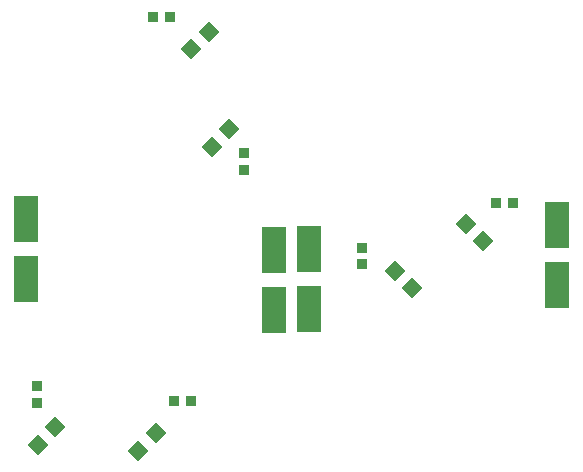
<source format=gbp>
G04*
G04 #@! TF.GenerationSoftware,Altium Limited,Altium Designer,23.1.1 (15)*
G04*
G04 Layer_Color=128*
%FSLAX23Y23*%
%MOIN*%
G70*
G04*
G04 #@! TF.SameCoordinates,7DB063E5-64DA-4751-B351-23BD0CB7D004*
G04*
G04*
G04 #@! TF.FilePolarity,Positive*
G04*
G01*
G75*
%ADD16R,0.038X0.037*%
%ADD17R,0.079X0.157*%
%ADD18P,0.067X4X360.0*%
%ADD19P,0.067X4X90.0*%
%ADD20R,0.037X0.038*%
D16*
X98Y551D02*
D03*
Y495D02*
D03*
X1181Y1012D02*
D03*
Y956D02*
D03*
X787Y1271D02*
D03*
Y1327D02*
D03*
D17*
X59Y1106D02*
D03*
Y906D02*
D03*
X1831Y1086D02*
D03*
Y886D02*
D03*
X886Y804D02*
D03*
Y1004D02*
D03*
X1004Y807D02*
D03*
Y1007D02*
D03*
D18*
X1526Y1092D02*
D03*
X1584Y1034D02*
D03*
X1290Y935D02*
D03*
X1348Y876D02*
D03*
D19*
X433Y335D02*
D03*
X492Y393D02*
D03*
X99Y355D02*
D03*
X157Y413D02*
D03*
X669Y1732D02*
D03*
X611Y1674D02*
D03*
X679Y1349D02*
D03*
X738Y1407D02*
D03*
D20*
X609Y502D02*
D03*
X553D02*
D03*
X484Y1781D02*
D03*
X540D02*
D03*
X1682Y1161D02*
D03*
X1625D02*
D03*
M02*

</source>
